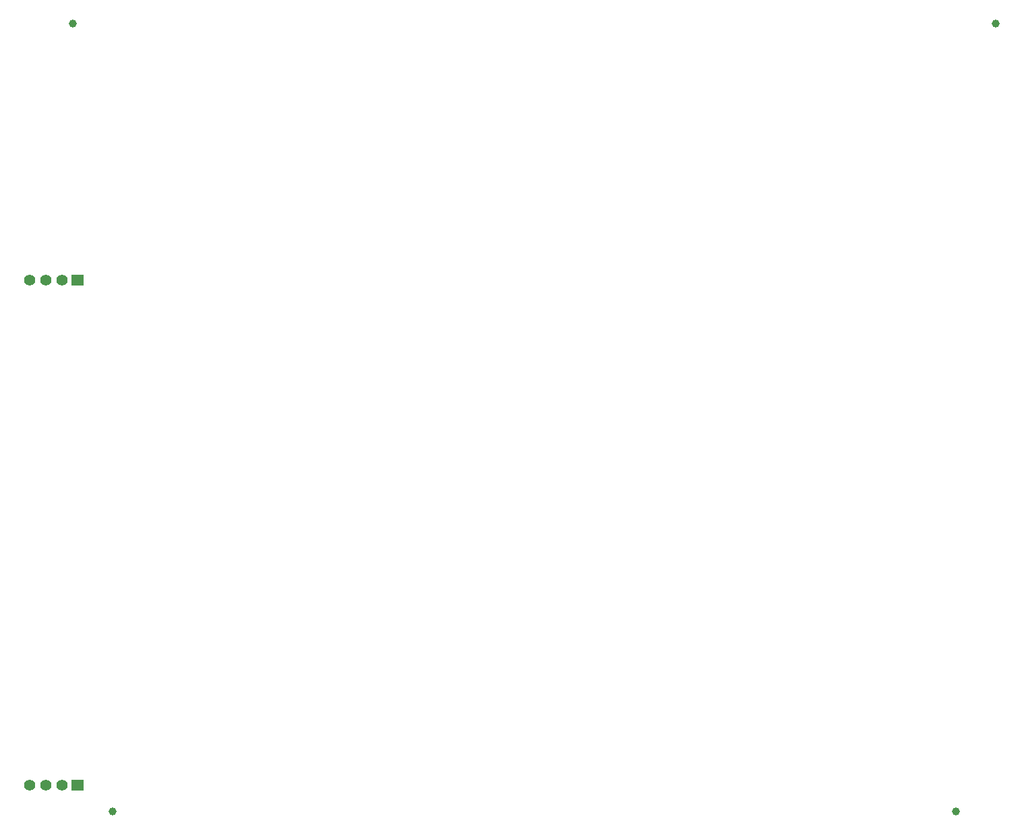
<source format=gbl>
G04 Layer: BottomLayer*
G04 Panelize: V-CUT, Column: 8, Row: 1, Board Size: 15.24mm x 95mm, Panelized Board Size: 135.92mm x 95mm*
G04 EasyEDA v6.5.34, 2023-08-21 18:11:39*
G04 3bfda8faaeb148089eadf0c8bcf69e3c,5a6b42c53f6a479593ecc07194224c93,10*
G04 Gerber Generator version 0.2*
G04 Scale: 100 percent, Rotated: No, Reflected: No *
G04 Dimensions in millimeters *
G04 leading zeros omitted , absolute positions ,4 integer and 5 decimal *
%FSLAX45Y45*%
%MOMM*%

%AMMACRO1*21,1,$1,$2,0,0,$3*%
%ADD10C,1.0000*%
%ADD11C,1.4000*%
%ADD12MACRO1,1.524X1.4X0.0000*%

%LPD*%
D10*
G01*
X1253998Y11515699D03*
G01*
X12845999Y11515699D03*
G01*
X1753997Y1616100D03*
G01*
X12346000Y1616100D03*
D11*
G01*
X716000Y8293100D03*
G01*
X916000Y8293100D03*
G01*
X1115999Y8293100D03*
D12*
G01*
X1315999Y8293100D03*
D11*
G01*
X716000Y1943100D03*
G01*
X916000Y1943100D03*
G01*
X1115999Y1943100D03*
D12*
G01*
X1315999Y1943100D03*
M02*

</source>
